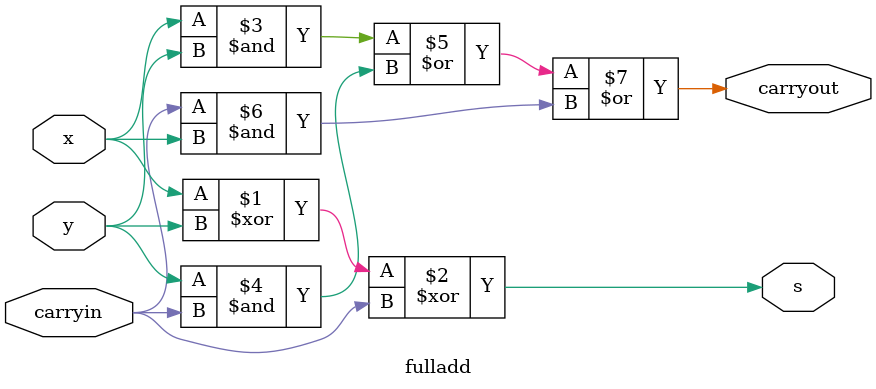
<source format=v>
/*
 * Copyright (c) 2024 Your Name
 * SPDX-License-Identifier: Apache-2.0
 */

`default_nettype none

module tt_um_adder8 (
    input  wire [7:0] ui_in,    // Dedicated inputs (X)
    output wire [7:0] uo_out,   // Dedicated outputs (SUM[7:0])
    input  wire [7:0] uio_in,   // IOs: Input path (Y)
    output wire [7:0] uio_out,  // IOs: Output path (not used)
    output wire [7:0] uio_oe,   // IOs: Enable path (not used, keep 0)
    input  wire       ena,      // always 1 when the design is powered
    input  wire       clk,      // clock (not used here)
    input  wire       rst_n     // reset_n - low to reset (not used here)
);

  // Internal wires
  wire [7:0] A = ui_in;    // First operand
  wire [7:0] B = uio_in;   // Second operand
  wire [7:0] SUM;
  wire Cout;
  wire c1, c2, c3, c4, c5, c6, c7;

  // Instantiate 8 full adders
  fulladd FA0 (A[0], B[0], 1'b0, SUM[0], c1);
  fulladd FA1 (A[1], B[1], c1,   SUM[1], c2);
  fulladd FA2 (A[2], B[2], c2,   SUM[2], c3);
  fulladd FA3 (A[3], B[3], c3,   SUM[3], c4);
  fulladd FA4 (A[4], B[4], c4,   SUM[4], c5);
  fulladd FA5 (A[5], B[5], c5,   SUM[5], c6);
  fulladd FA6 (A[6], B[6], c6,   SUM[6], c7);
  fulladd FA7 (A[7], B[7], c7,   SUM[7], Cout);

  // Outputs
  assign uo_out  = SUM;      // Final 8-bit sum
  assign uio_out = 8'b0;      // Not used
  assign uio_oe  = 8'b0;      // Not used

  // Prevent unused signal warnings
  wire _unused_ok = &{ena, clk, rst_n, Cout};

endmodule

// Full Adder Module
module fulladd(
    input  wire x, y, carryin,
    output wire s, carryout
);
  assign s        = x ^ y ^ carryin;
  assign carryout = (x & y) | (y & carryin) | (carryin & x);
endmodule

</source>
